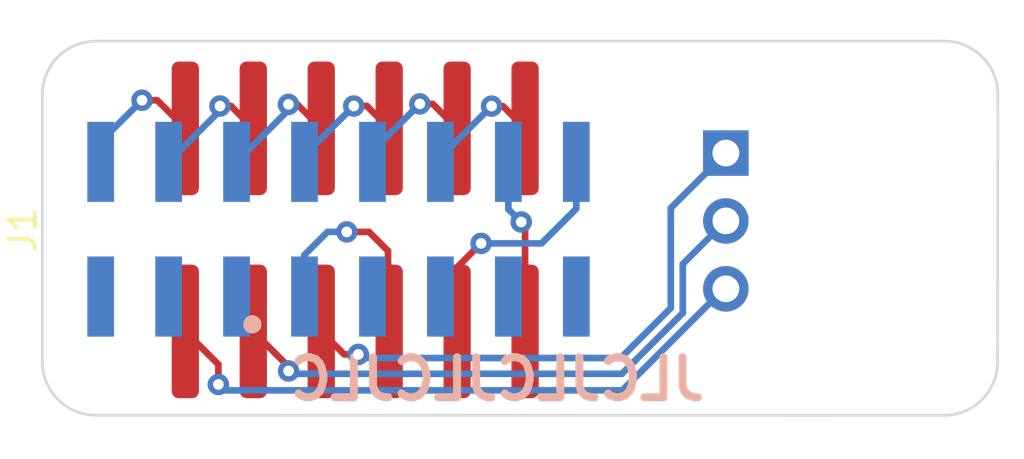
<source format=kicad_pcb>
(kicad_pcb (version 20211014) (generator pcbnew)
  (layers (0 "F.Cu" signal) (31 "B.Cu" signal) (34 "B.Paste" user) (35 "F.Paste" user) (36 "B.SilkS" user "B.Silkscreen") (37 "F.SilkS" user "F.Silkscreen") (38 "B.Mask" user) (39 "F.Mask" user) (44 "Edge.Cuts" user))
  (net 0 "")
  (net 1 "/I_SID_7")
  (net 3 "/I_SID_6")
  (net 5 "/I_SID_5")
  (net 7 "/I_SID_4")
  (net 9 "/I_SID_3")
  (net 10 "/I_GND")
  (net 11 "/I_SID_2")
  (net 13 "/I_SID_1")
  (net 15 "/I_SID_0")
  (net 17 "/I_AUD3")
  (net 18 "/I_AUD2")
  (net 19 "/I_AUD1")
  (footprint "Connector_PinHeader_2.54mm:PinHeader_1x03_P2.54mm_Horizontal" (layer "F.Cu") (at 158.08 89.7)
    (fp_text reference "J3" hide)
    (fp_text value "Conn_01x03_Male")
    (pad "1" thru_hole rect (at 0 0) (size 1.7 1.7) (drill 1) (layers *.Cu *.Mask) (net 19 "/I_AUD1"))
    (pad "2" thru_hole oval (at 0 2.54) (size 1.7 1.7) (drill 1) (layers *.Cu *.Mask) (net 18 "/I_AUD2"))
    (pad "3" thru_hole oval (at 0 5.08) (size 1.7 1.7) (drill 1) (layers *.Cu *.Mask) (net 17 "/I_AUD3"))
  )
  (footprint "Connector_IDC:IDC-Header_2x06_P2.54mm_Vertical_SMD" (layer "F.Cu") (at 144.224996 92.574996 90)
    (fp_text reference "J1" (at 0 -12.43 90) (layer "F.SilkS"))
    (fp_text value "Conn_02x06_Odd_Even")
    (pad "1" smd roundrect (at -3.8 -6.35 90) (size 5 1.02) (layers "F.Cu" "F.Paste" "F.Mask") (net 17 "/I_AUD3"))
    (pad "2" smd roundrect (at 3.8 -6.35 90) (size 5 1.02) (layers "F.Cu" "F.Paste" "F.Mask") (net 15 "/I_SID_0"))
    (pad "3" smd roundrect (at -3.8 -3.81 90) (size 5 1.02) (layers "F.Cu" "F.Paste" "F.Mask") (net 18 "/I_AUD2"))
    (pad "4" smd roundrect (at 3.8 -3.81 90) (size 5 1.02) (layers "F.Cu" "F.Paste" "F.Mask") (net 13 "/I_SID_1"))
    (pad "5" smd roundrect (at -3.8 -1.27 90) (size 5 1.02) (layers "F.Cu" "F.Paste" "F.Mask") (net 19 "/I_AUD1"))
    (pad "6" smd roundrect (at 3.8 -1.27 90) (size 5 1.02) (layers "F.Cu" "F.Paste" "F.Mask") (net 11 "/I_SID_2"))
    (pad "7" smd roundrect (at -3.8 1.27 90) (size 5 1.02) (layers "F.Cu" "F.Paste" "F.Mask") (net 10 "/I_GND"))
    (pad "8" smd roundrect (at 3.8 1.27 90) (size 5 1.02) (layers "F.Cu" "F.Paste" "F.Mask") (net 9 "/I_SID_3"))
    (pad "9" smd roundrect (at -3.8 3.81 90) (size 5 1.02) (layers "F.Cu" "F.Paste" "F.Mask") (net 1 "/I_SID_7"))
    (pad "10" smd roundrect (at 3.8 3.81 90) (size 5 1.02) (layers "F.Cu" "F.Paste" "F.Mask") (net 7 "/I_SID_4"))
    (pad "11" smd roundrect (at -3.8 6.35 90) (size 5 1.02) (layers "F.Cu" "F.Paste" "F.Mask") (net 3 "/I_SID_6"))
    (pad "12" smd roundrect (at 3.8 6.35 90) (size 5 1.02) (layers "F.Cu" "F.Paste" "F.Mask") (net 5 "/I_SID_5"))
  )
  (footprint "Connector_PinSocket_2.54mm:PinSocket_2x08_P2.54mm_Vertical_SMD" (layer "B.Cu") (at 143.599996 92.549996 90)
    (fp_text reference "J2" hide)
    (fp_text value "Conn_02x08_Odd_Even")
    (pad "1" smd rect (at 2.52 8.89 90) (size 3 1) (layers "B.Cu" "B.Paste" "B.Mask") (net 1 "/I_SID_7"))
    (pad "2" smd rect (at -2.52 8.89 90) (size 3 1) (layers "B.Cu" "B.Paste" "B.Mask"))
    (pad "3" smd rect (at 2.52 6.35 90) (size 3 1) (layers "B.Cu" "B.Paste" "B.Mask") (net 3 "/I_SID_6"))
    (pad "4" smd rect (at -2.52 6.35 90) (size 3 1) (layers "B.Cu" "B.Paste" "B.Mask"))
    (pad "5" smd rect (at 2.52 3.81 90) (size 3 1) (layers "B.Cu" "B.Paste" "B.Mask") (net 5 "/I_SID_5"))
    (pad "6" smd rect (at -2.52 3.81 90) (size 3 1) (layers "B.Cu" "B.Paste" "B.Mask"))
    (pad "7" smd rect (at 2.52 1.27 90) (size 3 1) (layers "B.Cu" "B.Paste" "B.Mask") (net 7 "/I_SID_4"))
    (pad "8" smd rect (at -2.52 1.27 90) (size 3 1) (layers "B.Cu" "B.Paste" "B.Mask"))
    (pad "9" smd rect (at 2.52 -1.27 90) (size 3 1) (layers "B.Cu" "B.Paste" "B.Mask") (net 9 "/I_SID_3"))
    (pad "10" smd rect (at -2.52 -1.27 90) (size 3 1) (layers "B.Cu" "B.Paste" "B.Mask") (net 10 "/I_GND"))
    (pad "11" smd rect (at 2.52 -3.81 90) (size 3 1) (layers "B.Cu" "B.Paste" "B.Mask") (net 11 "/I_SID_2"))
    (pad "12" smd rect (at -2.52 -3.81 90) (size 3 1) (layers "B.Cu" "B.Paste" "B.Mask"))
    (pad "13" smd rect (at 2.52 -6.35 90) (size 3 1) (layers "B.Cu" "B.Paste" "B.Mask") (net 13 "/I_SID_1"))
    (pad "14" smd rect (at -2.52 -6.35 90) (size 3 1) (layers "B.Cu" "B.Paste" "B.Mask"))
    (pad "15" smd rect (at 2.52 -8.89 90) (size 3 1) (layers "B.Cu" "B.Paste" "B.Mask") (net 15 "/I_SID_0"))
    (pad "16" smd rect (at -2.52 -8.89 90) (size 3 1) (layers "B.Cu" "B.Paste" "B.Mask"))
  )
  (gr_circle (center 140.38 96.11) (end 140.646271 96.11) (layer "B.SilkS") (width 0.15) (fill solid))
  (gr_arc (start 168.235782 97.515782) (mid 167.650001 98.930001) (end 166.235782 99.515782) (layer "Edge.Cuts") (width 0.1))
  (gr_line (start 168.245782 87.509996) (end 168.235782 97.515782) (layer "Edge.Cuts") (width 0.1))
  (gr_line (start 134.529996 85.509996) (end 166.235782 85.509996) (layer "Edge.Cuts") (width 0.1))
  (gr_arc (start 134.529996 99.509996) (mid 133.115786 98.924208) (end 132.529996 97.509996) (layer "Edge.Cuts") (width 0.1))
  (gr_arc (start 166.245782 85.509996) (mid 167.660009 86.095776) (end 168.245782 87.509996) (layer "Edge.Cuts") (width 0.1))
  (gr_arc (start 132.529996 87.509996) (mid 133.115784 86.095784) (end 134.529996 85.509996) (layer "Edge.Cuts") (width 0.1))
  (gr_line (start 132.529996 97.509996) (end 132.529996 87.509996) (layer "Edge.Cuts") (width 0.1))
  (gr_line (start 166.235782 99.515782) (end 134.529996 99.509996) (layer "Edge.Cuts") (width 0.1))
  (gr_text "JLCJLCJLCJLC" (at 149.532889 98.16) (layer "B.SilkS") (effects (font (size 1.5 1.5) (thickness 0.3)) (justify mirror)))
  (segment (start 148.034996 93.975004) (end 148.93 93.08) (width 0.25) (layer "F.Cu") (net 1))
  (segment (start 148.034996 96.374996) (end 148.034996 93.975004) (width 0.25) (layer "F.Cu") (net 1))
  (via (at 148.93 93.08) (size 0.8) (drill 0.4) (layers "F.Cu" "B.Cu") (net 1))
  (segment (start 152.489996 91.779996) (end 151.189992 93.08) (width 0.25) (layer "B.Cu") (net 1))
  (segment (start 151.189992 93.08) (end 148.93 93.08) (width 0.25) (layer "B.Cu") (net 1))
  (segment (start 152.489996 90.029996) (end 152.489996 91.779996) (width 0.25) (layer "B.Cu") (net 1))
  (segment (start 150.43 92.28) (end 150.574996 92.424996) (width 0.25) (layer "F.Cu") (net 3))
  (segment (start 150.574996 92.424996) (end 150.574996 96.374996) (width 0.25) (layer "F.Cu") (net 3))
  (via (at 150.43 92.28) (size 0.8) (drill 0.4) (layers "F.Cu" "B.Cu") (net 3))
  (segment (start 149.949996 90.029996) (end 149.949996 91.799996) (width 0.25) (layer "B.Cu") (net 3))
  (segment (start 149.949996 91.799996) (end 150.43 92.28) (width 0.25) (layer "B.Cu") (net 3))
  (segment (start 149.744272 87.944272) (end 150.574996 88.774996) (width 0.25) (layer "F.Cu") (net 5))
  (segment (start 149.322205 87.944272) (end 149.744272 87.944272) (width 0.25) (layer "F.Cu") (net 5))
  (via (at 149.322205 87.944272) (size 0.8) (drill 0.4) (layers "F.Cu" "B.Cu") (net 5))
  (segment (start 147.409996 89.856481) (end 149.322205 87.944272) (width 0.25) (layer "B.Cu") (net 5))
  (segment (start 147.409996 90.029996) (end 147.409996 89.856481) (width 0.25) (layer "B.Cu") (net 5))
  (segment (start 147.12 87.86) (end 148.034996 88.774996) (width 0.25) (layer "F.Cu") (net 7))
  (segment (start 146.64 87.86) (end 147.12 87.86) (width 0.25) (layer "F.Cu") (net 7))
  (via (at 146.64 87.86) (size 0.8) (drill 0.4) (layers "F.Cu" "B.Cu") (net 7))
  (segment (start 144.869996 90.029996) (end 144.869996 89.630004) (width 0.25) (layer "B.Cu") (net 7))
  (segment (start 144.869996 89.630004) (end 146.64 87.86) (width 0.25) (layer "B.Cu") (net 7))
  (segment (start 144.17 87.94) (end 144.66 87.94) (width 0.25) (layer "F.Cu") (net 9))
  (segment (start 144.66 87.94) (end 145.494996 88.774996) (width 0.25) (layer "F.Cu") (net 9))
  (via (at 144.17 87.94) (size 0.8) (drill 0.4) (layers "F.Cu" "B.Cu") (net 9))
  (segment (start 142.329996 90.029996) (end 142.329996 89.780004) (width 0.25) (layer "B.Cu") (net 9))
  (segment (start 142.329996 89.780004) (end 144.17 87.94) (width 0.25) (layer "B.Cu") (net 9))
  (segment (start 144.74 92.65) (end 143.91 92.65) (width 0.25) (layer "F.Cu") (net 10))
  (segment (start 145.494996 95.594752) (end 145.45 95.549756) (width 0.25) (layer "F.Cu") (net 10))
  (segment (start 145.494996 96.374996) (end 145.494996 95.594752) (width 0.25) (layer "F.Cu") (net 10))
  (segment (start 145.45 93.36) (end 144.74 92.65) (width 0.25) (layer "F.Cu") (net 10))
  (segment (start 145.45 95.549756) (end 145.45 93.36) (width 0.25) (layer "F.Cu") (net 10))
  (via (at 143.91 92.65) (size 0.8) (drill 0.4) (layers "F.Cu" "B.Cu") (net 10))
  (segment (start 142.329996 93.510004) (end 142.329996 95.069996) (width 0.25) (layer "B.Cu") (net 10))
  (segment (start 143.91 92.65) (end 143.19 92.65) (width 0.25) (layer "B.Cu") (net 10))
  (segment (start 143.19 92.65) (end 142.329996 93.510004) (width 0.25) (layer "B.Cu") (net 10))
  (segment (start 141.73 87.88) (end 142.06 87.88) (width 0.25) (layer "F.Cu") (net 11))
  (segment (start 142.06 87.88) (end 142.954996 88.774996) (width 0.25) (layer "F.Cu") (net 11))
  (via (at 141.73 87.88) (size 0.8) (drill 0.4) (layers "F.Cu" "B.Cu") (net 11))
  (segment (start 141.73 88.089992) (end 141.73 87.88) (width 0.25) (layer "B.Cu") (net 11))
  (segment (start 139.789996 90.029996) (end 141.73 88.089992) (width 0.25) (layer "B.Cu") (net 11))
  (segment (start 140.414996 88.774996) (end 139.58 87.94) (width 0.25) (layer "F.Cu") (net 13))
  (segment (start 139.58 87.94) (end 139.17 87.94) (width 0.25) (layer "F.Cu") (net 13))
  (via (at 139.17 87.94) (size 0.8) (drill 0.4) (layers "F.Cu" "B.Cu") (net 13))
  (segment (start 137.249996 90.029996) (end 139.17 88.109992) (width 0.25) (layer "B.Cu") (net 13))
  (segment (start 139.17 88.109992) (end 139.17 87.94) (width 0.25) (layer "B.Cu") (net 13))
  (segment (start 136.825 87.725) (end 136.255 87.725) (width 0.25) (layer "F.Cu") (net 15))
  (segment (start 137.874996 88.774996) (end 136.825 87.725) (width 0.25) (layer "F.Cu") (net 15))
  (via (at 136.255 87.725) (size 0.8) (drill 0.4) (layers "F.Cu" "B.Cu") (net 15))
  (segment (start 134.709996 90.029996) (end 134.709996 89.270004) (width 0.25) (layer "B.Cu") (net 15))
  (segment (start 134.709996 89.270004) (end 136.255 87.725) (width 0.25) (layer "B.Cu") (net 15))
  (segment (start 139.11 97.61) (end 137.874996 96.374996) (width 0.25) (layer "F.Cu") (net 17))
  (segment (start 139.11 98.36) (end 139.11 97.61) (width 0.25) (layer "F.Cu") (net 17))
  (via (at 139.11 98.36) (size 0.8) (drill 0.4) (layers "F.Cu" "B.Cu") (net 17))
  (segment (start 154.21 98.58) (end 139.33 98.58) (width 0.25) (layer "B.Cu") (net 17))
  (segment (start 158.01 94.78) (end 154.21 98.58) (width 0.25) (layer "B.Cu") (net 17))
  (segment (start 158.08 94.78) (end 158.01 94.78) (width 0.25) (layer "B.Cu") (net 17))
  (segment (start 139.33 98.58) (end 139.11 98.36) (width 0.25) (layer "B.Cu") (net 17))
  (segment (start 141.7345 97.6945) (end 141.7345 97.8555) (width 0.25) (layer "F.Cu") (net 18))
  (segment (start 140.414996 96.374996) (end 141.7345 97.6945) (width 0.25) (layer "F.Cu") (net 18))
  (via (at 141.7345 97.8555) (size 0.8) (drill 0.4) (layers "F.Cu" "B.Cu") (net 18))
  (segment (start 156.469501 95.684809) (end 154.19431 97.96) (width 0.25) (layer "B.Cu") (net 18))
  (segment (start 154.19431 97.96) (end 141.839 97.96) (width 0.25) (layer "B.Cu") (net 18))
  (segment (start 156.469501 93.850499) (end 156.469501 95.684809) (width 0.25) (layer "B.Cu") (net 18))
  (segment (start 158.08 92.24) (end 156.469501 93.850499) (width 0.25) (layer "B.Cu") (net 18))
  (segment (start 141.839 97.96) (end 141.7345 97.8555) (width 0.25) (layer "B.Cu") (net 18))
  (segment (start 143.8155 97.2355) (end 144.34 97.2355) (width 0.25) (layer "F.Cu") (net 19))
  (segment (start 142.954996 96.374996) (end 143.8155 97.2355) (width 0.25) (layer "F.Cu") (net 19))
  (via (at 144.34 97.2355) (size 0.8) (drill 0.4) (layers "F.Cu" "B.Cu") (net 19))
  (segment (start 154.14862 97.37) (end 144.4745 97.37) (width 0.25) (layer "B.Cu") (net 19))
  (segment (start 158.08 89.7) (end 156.02 91.76) (width 0.25) (layer "B.Cu") (net 19))
  (segment (start 156.02 91.76) (end 156.02 95.49862) (width 0.25) (layer "B.Cu") (net 19))
  (segment (start 156.02 95.49862) (end 154.14862 97.37) (width 0.25) (layer "B.Cu") (net 19))
  (segment (start 144.4745 97.37) (end 144.34 97.2355) (width 0.25) (layer "B.Cu") (net 19))
)
</source>
